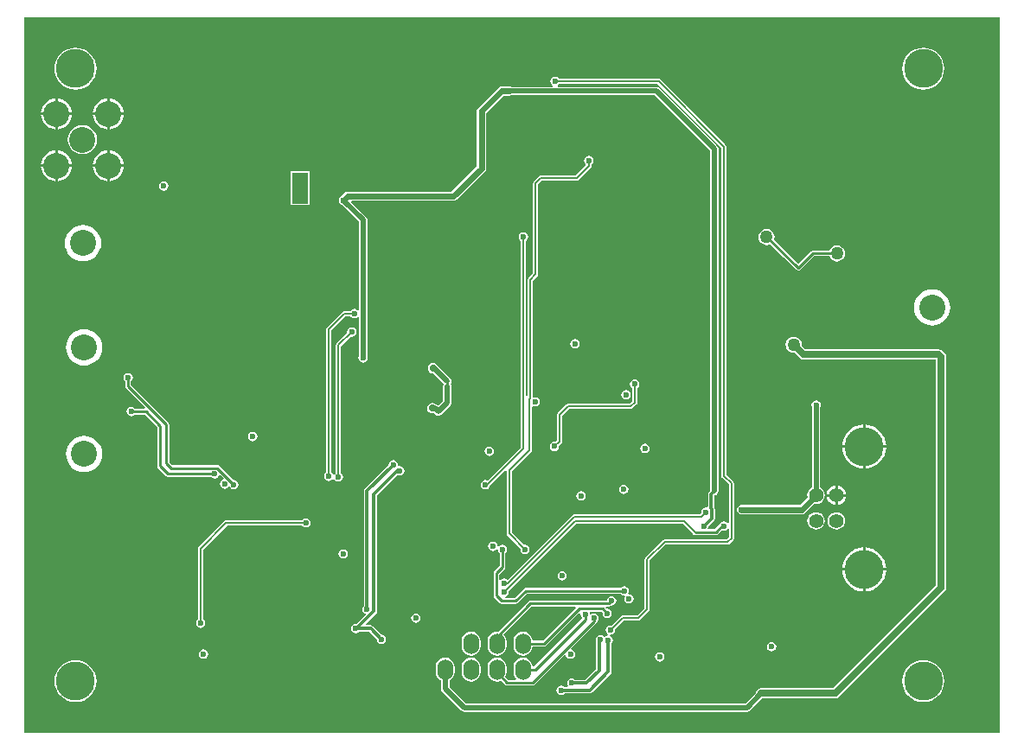
<source format=gbr>
G04 Layer_Physical_Order=4*
G04 Layer_Color=16711680*
%FSLAX45Y45*%
%MOMM*%
%TF.FileFunction,Copper,L4,Bot,Signal*%
%TF.Part,Single*%
G01*
G75*
%TA.AperFunction,Conductor*%
%ADD11C,0.70000*%
%ADD58C,0.22000*%
%ADD59C,0.50000*%
%ADD60C,0.20000*%
%ADD61C,0.25000*%
%ADD63C,0.30000*%
%ADD65C,0.60000*%
%ADD66C,0.32000*%
%TA.AperFunction,ComponentPad*%
%ADD80C,1.39700*%
%ADD81C,3.81000*%
%ADD82C,3.80000*%
%ADD83R,1.52400X2.03200*%
%ADD84O,1.52400X2.03200*%
%ADD85R,1.52400X3.04800*%
%ADD86O,1.52400X3.04800*%
%ADD87C,2.54000*%
%TA.AperFunction,ViaPad*%
%ADD88C,0.66000*%
%ADD89C,0.70000*%
%ADD90C,0.60000*%
%ADD91C,1.27000*%
G36*
X9550002Y-9999D02*
X1D01*
Y7000001D01*
X9550002D01*
Y-9999D01*
D02*
G37*
%LPC*%
G36*
X5448602Y2360085D02*
X5431044Y2356592D01*
X5416159Y2346646D01*
X5406213Y2331761D01*
X5402721Y2314203D01*
X5406213Y2296645D01*
X5416159Y2281760D01*
X5431044Y2271814D01*
X5448602Y2268322D01*
X5466160Y2271814D01*
X5481045Y2281760D01*
X5490991Y2296645D01*
X5494484Y2314203D01*
X5490991Y2331761D01*
X5481045Y2346646D01*
X5466160Y2356592D01*
X5448602Y2360085D01*
D02*
G37*
G36*
X7750001Y3250884D02*
X7732442Y3247391D01*
X7717557Y3237445D01*
X7707611Y3222560D01*
X7704119Y3205002D01*
X7707611Y3187444D01*
X7709217Y3185041D01*
Y2394947D01*
X7707209Y2394116D01*
X7689485Y2380515D01*
X7675884Y2362791D01*
X7667334Y2342150D01*
X7664418Y2319999D01*
X7666826Y2301711D01*
X7590998Y2225883D01*
X7019987D01*
X7002429Y2222390D01*
X6987544Y2212444D01*
X6977598Y2197559D01*
X6974105Y2180001D01*
X6974106Y2179999D01*
X6974105Y2179996D01*
X6977598Y2162438D01*
X6987544Y2147553D01*
X7002429Y2137607D01*
X7019987Y2134114D01*
X7020014Y2134120D01*
X7610002D01*
X7627561Y2137612D01*
X7642445Y2147558D01*
X7731712Y2236825D01*
X7750001Y2234417D01*
X7772151Y2237333D01*
X7792792Y2245883D01*
X7810516Y2259484D01*
X7824117Y2277208D01*
X7832667Y2297849D01*
X7835583Y2319999D01*
X7832667Y2342150D01*
X7824117Y2362791D01*
X7810516Y2380515D01*
X7792792Y2394116D01*
X7790784Y2394947D01*
Y3185041D01*
X7792390Y3187444D01*
X7795882Y3205002D01*
X7792390Y3222560D01*
X7782444Y3237445D01*
X7767559Y3247391D01*
X7750001Y3250884D01*
D02*
G37*
G36*
X7937298Y2414399D02*
X7925135Y2412798D01*
X7901964Y2403200D01*
X7882067Y2387932D01*
X7866799Y2368035D01*
X7857202Y2344865D01*
X7855600Y2332701D01*
X7937298D01*
Y2414399D01*
D02*
G37*
G36*
X5868602Y2422279D02*
X5851044Y2418787D01*
X5836159Y2408841D01*
X5826213Y2393956D01*
X5822721Y2376398D01*
X5826213Y2358840D01*
X5836159Y2343955D01*
X5851044Y2334009D01*
X5868602Y2330516D01*
X5886160Y2334009D01*
X5901045Y2343955D01*
X5910991Y2358840D01*
X5914484Y2376398D01*
X5910991Y2393956D01*
X5901045Y2408841D01*
X5886160Y2418787D01*
X5868602Y2422279D01*
D02*
G37*
G36*
X2755001Y2095883D02*
X2737443Y2092390D01*
X2722558Y2082444D01*
X2717912Y2075491D01*
X1975001D01*
X1965247Y2073551D01*
X1956977Y2068025D01*
X1706978Y1818025D01*
X1701452Y1809756D01*
X1699512Y1800001D01*
Y1102091D01*
X1692558Y1097445D01*
X1682612Y1082559D01*
X1679120Y1065001D01*
X1682612Y1047443D01*
X1692558Y1032558D01*
X1707443Y1022612D01*
X1725001Y1019120D01*
X1742559Y1022612D01*
X1757445Y1032558D01*
X1767390Y1047443D01*
X1770883Y1065001D01*
X1767390Y1082559D01*
X1757445Y1097445D01*
X1750491Y1102091D01*
Y1789443D01*
X1985559Y2024512D01*
X2717912D01*
X2722558Y2017558D01*
X2737443Y2007612D01*
X2755001Y2004120D01*
X2772559Y2007612D01*
X2787445Y2017558D01*
X2797390Y2032443D01*
X2800883Y2050001D01*
X2797390Y2067559D01*
X2787445Y2082444D01*
X2772559Y2092390D01*
X2755001Y2095883D01*
D02*
G37*
G36*
X7950000Y2155582D02*
X7927850Y2152666D01*
X7907209Y2144116D01*
X7889484Y2130516D01*
X7875884Y2112791D01*
X7867334Y2092150D01*
X7864418Y2070000D01*
X7867334Y2047850D01*
X7875884Y2027209D01*
X7889484Y2009484D01*
X7907209Y1995883D01*
X7927850Y1987334D01*
X7950000Y1984418D01*
X7972150Y1987334D01*
X7992791Y1995883D01*
X8010516Y2009484D01*
X8024117Y2027209D01*
X8032666Y2047850D01*
X8035582Y2070000D01*
X8032666Y2092150D01*
X8024117Y2112791D01*
X8010516Y2130516D01*
X7992791Y2144116D01*
X7972150Y2152666D01*
X7950000Y2155582D01*
D02*
G37*
G36*
X7937298Y2307301D02*
X7855600D01*
X7857202Y2295134D01*
X7866799Y2271963D01*
X7882067Y2252066D01*
X7901964Y2236799D01*
X7925135Y2227201D01*
X7937298Y2225600D01*
Y2307301D01*
D02*
G37*
G36*
X8044400D02*
X7962698D01*
Y2225599D01*
X7974865Y2227201D01*
X7998036Y2236799D01*
X8017933Y2252066D01*
X8033201Y2271963D01*
X8042798Y2295134D01*
X8044400Y2307301D01*
D02*
G37*
G36*
X4550001Y2795883D02*
X4532443Y2792390D01*
X4517558Y2782445D01*
X4507612Y2767559D01*
X4504120Y2750001D01*
X4507612Y2732443D01*
X4517558Y2717558D01*
X4532443Y2707612D01*
X4550001Y2704120D01*
X4567559Y2707612D01*
X4582444Y2717558D01*
X4592390Y2732443D01*
X4595883Y2750001D01*
X4592390Y2767559D01*
X4582444Y2782445D01*
X4567559Y2792390D01*
X4550001Y2795883D01*
D02*
G37*
G36*
X8436694Y2784299D02*
X8233702D01*
Y2581308D01*
X8263324Y2584225D01*
X8304021Y2596570D01*
X8341528Y2616618D01*
X8374403Y2643598D01*
X8401383Y2676473D01*
X8421431Y2713980D01*
X8433776Y2754677D01*
X8436694Y2784299D01*
D02*
G37*
G36*
X8208302Y3012695D02*
X8178677Y3009777D01*
X8137979Y2997432D01*
X8100472Y2977384D01*
X8067597Y2950404D01*
X8040617Y2917529D01*
X8020569Y2880022D01*
X8008224Y2839325D01*
X8005306Y2809699D01*
X8208302D01*
Y3012695D01*
D02*
G37*
G36*
X6073602Y2825085D02*
X6056044Y2821592D01*
X6041159Y2811646D01*
X6031213Y2796761D01*
X6027720Y2779203D01*
X6031213Y2761645D01*
X6041159Y2746760D01*
X6056044Y2736814D01*
X6073602Y2733321D01*
X6091160Y2736814D01*
X6106045Y2746760D01*
X6115991Y2761645D01*
X6119484Y2779203D01*
X6115991Y2796761D01*
X6106045Y2811646D01*
X6091160Y2821592D01*
X6073602Y2825085D01*
D02*
G37*
G36*
X3610001Y2665883D02*
X3592443Y2662390D01*
X3577558Y2652445D01*
X3567612Y2637559D01*
X3564120Y2620001D01*
X3564316Y2619015D01*
X3332652Y2387351D01*
X3325800Y2377097D01*
X3323394Y2365001D01*
Y1238003D01*
X3322558Y1237445D01*
X3312612Y1222559D01*
X3309120Y1205001D01*
X3312612Y1187443D01*
X3322558Y1172558D01*
X3336709Y1163103D01*
X3338623Y1161041D01*
X3341878Y1150310D01*
X3251214Y1059647D01*
X3245001Y1060883D01*
X3227443Y1057390D01*
X3212558Y1047444D01*
X3202612Y1032559D01*
X3199120Y1015001D01*
X3202612Y997443D01*
X3212558Y982558D01*
X3227443Y972612D01*
X3245001Y969120D01*
X3262559Y972612D01*
X3277445Y982558D01*
X3278003Y983394D01*
X3376909D01*
X3449316Y910987D01*
X3449120Y910001D01*
X3452612Y892443D01*
X3462558Y877558D01*
X3477443Y867612D01*
X3495001Y864120D01*
X3512559Y867612D01*
X3527445Y877558D01*
X3537390Y892443D01*
X3540883Y910001D01*
X3537390Y927559D01*
X3527445Y942444D01*
X3512559Y952390D01*
X3495001Y955883D01*
X3494015Y955687D01*
X3412351Y1037351D01*
X3402097Y1044203D01*
X3390001Y1046609D01*
X3344168D01*
X3339308Y1058342D01*
X3442351Y1161385D01*
X3449203Y1171639D01*
X3451609Y1183734D01*
Y2316909D01*
X3654367Y2519668D01*
X3657443Y2517612D01*
X3675001Y2514120D01*
X3692559Y2517612D01*
X3707444Y2527558D01*
X3717390Y2542443D01*
X3720883Y2560001D01*
X3717390Y2577559D01*
X3707444Y2592444D01*
X3692559Y2602390D01*
X3675001Y2605883D01*
X3665654Y2604023D01*
X3654841Y2614763D01*
X3655883Y2620001D01*
X3652390Y2637559D01*
X3642445Y2652445D01*
X3627559Y2662390D01*
X3610001Y2665883D01*
D02*
G37*
G36*
X7962698Y2414400D02*
Y2332701D01*
X8044400D01*
X8042798Y2344865D01*
X8033201Y2368035D01*
X8017933Y2387932D01*
X7998036Y2403200D01*
X7974865Y2412798D01*
X7962698Y2414400D01*
D02*
G37*
G36*
X8208302Y2784299D02*
X8005307D01*
X8008224Y2754677D01*
X8020569Y2713980D01*
X8040617Y2676473D01*
X8067597Y2643598D01*
X8100472Y2616618D01*
X8137979Y2596570D01*
X8178677Y2584225D01*
X8208302Y2581307D01*
Y2784299D01*
D02*
G37*
G36*
X583600Y2902057D02*
X548901Y2898639D01*
X515537Y2888518D01*
X484788Y2872083D01*
X457836Y2849964D01*
X435717Y2823012D01*
X419282Y2792263D01*
X409161Y2758899D01*
X405743Y2724201D01*
X409161Y2689502D01*
X419282Y2656138D01*
X435717Y2625389D01*
X457836Y2598437D01*
X484788Y2576318D01*
X515537Y2559883D01*
X548901Y2549762D01*
X583600Y2546344D01*
X618298Y2549762D01*
X651662Y2559883D01*
X682411Y2576318D01*
X709363Y2598437D01*
X731482Y2625389D01*
X747917Y2656138D01*
X758038Y2689502D01*
X761456Y2724201D01*
X758038Y2758899D01*
X747917Y2792263D01*
X731482Y2823012D01*
X709363Y2849964D01*
X682411Y2872083D01*
X651662Y2888518D01*
X618298Y2898639D01*
X583600Y2902057D01*
D02*
G37*
G36*
X7749998Y2155582D02*
X7727848Y2152666D01*
X7707207Y2144116D01*
X7689482Y2130516D01*
X7675882Y2112791D01*
X7667332Y2092150D01*
X7664416Y2070000D01*
X7667332Y2047850D01*
X7675882Y2027209D01*
X7689482Y2009484D01*
X7707207Y1995883D01*
X7727848Y1987334D01*
X7749998Y1984418D01*
X7772148Y1987334D01*
X7792789Y1995883D01*
X7810514Y2009484D01*
X7824114Y2027209D01*
X7832664Y2047850D01*
X7835580Y2070000D01*
X7832664Y2092150D01*
X7824114Y2112791D01*
X7810514Y2130516D01*
X7792789Y2144116D01*
X7772148Y2152666D01*
X7749998Y2155582D01*
D02*
G37*
G36*
X1755001Y810883D02*
X1737443Y807390D01*
X1722558Y797444D01*
X1712612Y782559D01*
X1709120Y765001D01*
X1712612Y747443D01*
X1722558Y732558D01*
X1737443Y722612D01*
X1755001Y719120D01*
X1772559Y722612D01*
X1787444Y732558D01*
X1797390Y747443D01*
X1800883Y765001D01*
X1797390Y782559D01*
X1787444Y797444D01*
X1772559Y807390D01*
X1755001Y810883D01*
D02*
G37*
G36*
X6220001Y780883D02*
X6202443Y777390D01*
X6187558Y767444D01*
X6177612Y752559D01*
X6174120Y735001D01*
X6177612Y717443D01*
X6187558Y702558D01*
X6202443Y692612D01*
X6220001Y689120D01*
X6237559Y692612D01*
X6252444Y702558D01*
X6262390Y717443D01*
X6265883Y735001D01*
X6262390Y752559D01*
X6252444Y767444D01*
X6237559Y777390D01*
X6220001Y780883D01*
D02*
G37*
G36*
X7315001Y880883D02*
X7297443Y877390D01*
X7282558Y867445D01*
X7272612Y852559D01*
X7269120Y835001D01*
X7272612Y817443D01*
X7282558Y802558D01*
X7297443Y792612D01*
X7315001Y789120D01*
X7332559Y792612D01*
X7347445Y802558D01*
X7357390Y817443D01*
X7360883Y835001D01*
X7357390Y852559D01*
X7347445Y867445D01*
X7332559Y877390D01*
X7315001Y880883D01*
D02*
G37*
G36*
X4373000Y984387D02*
X4349192Y981253D01*
X4327007Y972063D01*
X4307955Y957445D01*
X4293337Y938394D01*
X4284147Y916208D01*
X4281013Y892400D01*
Y841600D01*
X4284147Y817792D01*
X4293337Y795606D01*
X4307955Y776555D01*
X4327007Y761937D01*
X4349192Y752748D01*
X4373000Y749613D01*
X4396808Y752748D01*
X4418993Y761937D01*
X4438044Y776555D01*
X4452663Y795606D01*
X4461852Y817792D01*
X4464987Y841600D01*
Y892400D01*
X4461852Y916208D01*
X4452663Y938394D01*
X4438044Y957445D01*
X4418993Y972063D01*
X4396808Y981253D01*
X4373000Y984387D01*
D02*
G37*
G36*
X500000Y705992D02*
X459813Y702034D01*
X421170Y690312D01*
X385557Y671276D01*
X354342Y645658D01*
X328724Y614443D01*
X309688Y578830D01*
X297966Y540187D01*
X294008Y500000D01*
X297966Y459813D01*
X309688Y421170D01*
X328724Y385557D01*
X354342Y354342D01*
X385557Y328724D01*
X421170Y309688D01*
X459813Y297966D01*
X500000Y294008D01*
X540187Y297966D01*
X578830Y309688D01*
X614443Y328724D01*
X645658Y354342D01*
X671276Y385557D01*
X690312Y421170D01*
X702034Y459813D01*
X705992Y500000D01*
X702034Y540187D01*
X690312Y578830D01*
X671276Y614443D01*
X645658Y645658D01*
X614443Y671276D01*
X578830Y690312D01*
X540187Y702034D01*
X500000Y705992D01*
D02*
G37*
G36*
X7530001Y3874179D02*
X7509509Y3871481D01*
X7490413Y3863571D01*
X7474015Y3850988D01*
X7461432Y3834590D01*
X7453522Y3815494D01*
X7450824Y3795001D01*
X7453522Y3774509D01*
X7461432Y3755413D01*
X7474015Y3739014D01*
X7490413Y3726432D01*
X7509509Y3718522D01*
X7530001Y3715824D01*
X7536259Y3716648D01*
X7588953Y3663953D01*
X7605492Y3652902D01*
X7625002Y3649022D01*
X8924022D01*
Y1436118D01*
X7918885Y430981D01*
X7210001D01*
X7190492Y427100D01*
X7173953Y416049D01*
X7162902Y399510D01*
X7159443Y382120D01*
X7058108Y280785D01*
X4321895D01*
X4159783Y442896D01*
Y505779D01*
X4164993Y507937D01*
X4184044Y522555D01*
X4198663Y541606D01*
X4207852Y563792D01*
X4210987Y587600D01*
Y638400D01*
X4207852Y662208D01*
X4198663Y684394D01*
X4184044Y703445D01*
X4164993Y718063D01*
X4142808Y727253D01*
X4119000Y730387D01*
X4095192Y727253D01*
X4073007Y718063D01*
X4053955Y703445D01*
X4039337Y684394D01*
X4030147Y662208D01*
X4027013Y638400D01*
Y587600D01*
X4030147Y563792D01*
X4039337Y541606D01*
X4053955Y522555D01*
X4073007Y507937D01*
X4078216Y505779D01*
Y426004D01*
X4078216Y426003D01*
X4081321Y410395D01*
X4090161Y397164D01*
X4276163Y211163D01*
X4289394Y202322D01*
X4305001Y199218D01*
X4305003Y199218D01*
X7075000D01*
X7075001Y199218D01*
X7090609Y202322D01*
X7103840Y211163D01*
X7221698Y329022D01*
X7940001D01*
X7959510Y332902D01*
X7976049Y343953D01*
X9011050Y1378953D01*
X9022100Y1395492D01*
X9025981Y1415001D01*
Y3675001D01*
X9022100Y3694510D01*
X9011049Y3711049D01*
X8996063Y3721063D01*
X8986049Y3736049D01*
X8969510Y3747100D01*
X8950001Y3750981D01*
X7646118D01*
X7608355Y3788744D01*
X7609179Y3795001D01*
X7606481Y3815494D01*
X7598571Y3834590D01*
X7585988Y3850988D01*
X7569590Y3863571D01*
X7550494Y3871481D01*
X7530001Y3874179D01*
D02*
G37*
G36*
X4373000Y730387D02*
X4349192Y727253D01*
X4327007Y718063D01*
X4307955Y703445D01*
X4293337Y684394D01*
X4284147Y662208D01*
X4281013Y638400D01*
Y587600D01*
X4284147Y563792D01*
X4293337Y541606D01*
X4307955Y522555D01*
X4327007Y507937D01*
X4349192Y498748D01*
X4373000Y495613D01*
X4396808Y498748D01*
X4418993Y507937D01*
X4438044Y522555D01*
X4452663Y541606D01*
X4461852Y563792D01*
X4464987Y587600D01*
Y638400D01*
X4461852Y662208D01*
X4452663Y684394D01*
X4438044Y703445D01*
X4418993Y718063D01*
X4396808Y727253D01*
X4373000Y730387D01*
D02*
G37*
G36*
X8800001Y705993D02*
X8759815Y702035D01*
X8721172Y690313D01*
X8685559Y671277D01*
X8654343Y645659D01*
X8628726Y614444D01*
X8609690Y578831D01*
X8597968Y540188D01*
X8594010Y500001D01*
X8597968Y459814D01*
X8609690Y421172D01*
X8628726Y385559D01*
X8654343Y354343D01*
X8685559Y328726D01*
X8721172Y309690D01*
X8759815Y297968D01*
X8800001Y294010D01*
X8840188Y297968D01*
X8878831Y309690D01*
X8914444Y328726D01*
X8945660Y354343D01*
X8971277Y385559D01*
X8990313Y421172D01*
X9002035Y459814D01*
X9005993Y500001D01*
X9002035Y540188D01*
X8990313Y578831D01*
X8971277Y614444D01*
X8945660Y645659D01*
X8914444Y671277D01*
X8878831Y690313D01*
X8840188Y702035D01*
X8800001Y705993D01*
D02*
G37*
G36*
X8208302Y1808695D02*
X8178677Y1805777D01*
X8137979Y1793432D01*
X8100472Y1773384D01*
X8067597Y1746404D01*
X8040617Y1713529D01*
X8020569Y1676022D01*
X8008224Y1635324D01*
X8005306Y1605699D01*
X8208302D01*
Y1808695D01*
D02*
G37*
G36*
X5265001Y1575883D02*
X5247443Y1572390D01*
X5232558Y1562444D01*
X5222612Y1547559D01*
X5219120Y1530001D01*
X5222612Y1512443D01*
X5232558Y1497558D01*
X5247443Y1487612D01*
X5265001Y1484120D01*
X5282559Y1487612D01*
X5297445Y1497558D01*
X5307390Y1512443D01*
X5310883Y1530001D01*
X5307390Y1547559D01*
X5297445Y1562444D01*
X5282559Y1572390D01*
X5265001Y1575883D01*
D02*
G37*
G36*
X3120001Y1790883D02*
X3102443Y1787390D01*
X3087558Y1777445D01*
X3077612Y1762559D01*
X3074120Y1745001D01*
X3077612Y1727443D01*
X3087558Y1712558D01*
X3102443Y1702612D01*
X3120001Y1699120D01*
X3137559Y1702612D01*
X3152445Y1712558D01*
X3162390Y1727443D01*
X3165883Y1745001D01*
X3162390Y1762559D01*
X3152445Y1777445D01*
X3137559Y1787390D01*
X3120001Y1790883D01*
D02*
G37*
G36*
X8233702Y1808694D02*
Y1605699D01*
X8436694D01*
X8433776Y1635324D01*
X8421431Y1676022D01*
X8401383Y1713529D01*
X8374403Y1746404D01*
X8341528Y1773384D01*
X8304021Y1793432D01*
X8263324Y1805777D01*
X8233702Y1808694D01*
D02*
G37*
G36*
X5750001Y1330883D02*
X5732443Y1327390D01*
X5717558Y1317444D01*
X5707612Y1302559D01*
X5704724Y1288040D01*
X4955001D01*
X4944271Y1285905D01*
X4935175Y1279828D01*
X4638253Y982905D01*
X4627000Y984387D01*
X4603192Y981253D01*
X4581007Y972063D01*
X4561955Y957445D01*
X4547337Y938394D01*
X4538147Y916208D01*
X4535013Y892400D01*
Y841600D01*
X4538147Y817792D01*
X4547337Y795606D01*
X4561955Y776555D01*
X4581007Y761937D01*
X4603192Y752748D01*
X4627000Y749613D01*
X4650808Y752748D01*
X4672993Y761937D01*
X4692044Y776555D01*
X4706663Y795606D01*
X4715852Y817792D01*
X4718987Y841600D01*
Y892400D01*
X4715852Y916208D01*
X4706663Y938394D01*
X4692067Y957415D01*
X4966615Y1231963D01*
X5394350D01*
X5399610Y1219263D01*
X5075386Y895039D01*
X4972639D01*
X4969852Y916208D01*
X4960663Y938394D01*
X4946044Y957445D01*
X4926993Y972063D01*
X4904808Y981253D01*
X4881000Y984387D01*
X4857192Y981253D01*
X4835007Y972063D01*
X4815955Y957445D01*
X4801337Y938394D01*
X4792147Y916208D01*
X4789013Y892400D01*
Y841600D01*
X4792147Y817792D01*
X4801337Y795606D01*
X4815955Y776555D01*
X4835007Y761937D01*
X4857192Y752748D01*
X4881000Y749613D01*
X4904808Y752748D01*
X4926993Y761937D01*
X4946044Y776555D01*
X4960663Y795606D01*
X4969852Y817792D01*
X4972639Y838961D01*
X5087000D01*
X5097730Y841096D01*
X5106826Y847174D01*
X5433632Y1173980D01*
X5436832Y1173505D01*
X5437630Y1173065D01*
X5445971Y1159310D01*
X5444120Y1150001D01*
X5447612Y1132443D01*
X5457558Y1117558D01*
X5458037Y1112690D01*
X4986386Y641039D01*
X4972639D01*
X4969852Y662208D01*
X4960663Y684394D01*
X4946044Y703445D01*
X4926993Y718063D01*
X4904808Y727253D01*
X4881000Y730387D01*
X4857192Y727253D01*
X4835007Y718063D01*
X4815955Y703445D01*
X4801337Y684394D01*
X4792147Y662208D01*
X4789013Y638400D01*
Y587600D01*
X4792147Y563792D01*
X4801337Y541606D01*
X4814357Y524639D01*
X4810878Y511939D01*
X4737716D01*
X4707069Y542586D01*
X4715852Y563792D01*
X4718987Y587600D01*
Y638400D01*
X4715852Y662208D01*
X4706663Y684394D01*
X4692044Y703445D01*
X4672993Y718063D01*
X4650808Y727253D01*
X4627000Y730387D01*
X4603192Y727253D01*
X4581007Y718063D01*
X4561955Y703445D01*
X4547337Y684394D01*
X4538147Y662208D01*
X4535013Y638400D01*
Y587600D01*
X4538147Y563792D01*
X4547337Y541606D01*
X4561955Y522555D01*
X4581007Y507937D01*
X4603192Y498748D01*
X4627000Y495613D01*
X4650808Y498748D01*
X4665512Y504838D01*
X4706276Y464074D01*
X4715373Y457996D01*
X4726103Y455861D01*
X4975008D01*
X4985738Y457996D01*
X4994835Y464074D01*
X5287762Y757001D01*
X5301543Y752821D01*
X5302612Y747443D01*
X5312558Y732558D01*
X5327443Y722612D01*
X5345001Y719120D01*
X5362559Y722612D01*
X5377444Y732558D01*
X5387390Y747443D01*
X5390883Y765001D01*
X5387390Y782559D01*
X5377444Y797444D01*
X5362559Y807390D01*
X5357182Y808460D01*
X5353001Y822240D01*
X5594828Y1064067D01*
X5600905Y1073163D01*
X5602058Y1078959D01*
X5607444Y1082558D01*
X5617390Y1097443D01*
X5620883Y1115001D01*
X5617390Y1132559D01*
X5607444Y1147444D01*
X5592559Y1157390D01*
X5575001Y1160883D01*
X5557443Y1157390D01*
X5548070Y1151127D01*
X5534569Y1156607D01*
X5532390Y1167559D01*
X5530250Y1170762D01*
X5536237Y1181963D01*
X5648387D01*
X5660153Y1170197D01*
X5659120Y1165001D01*
X5662612Y1147443D01*
X5672558Y1132558D01*
X5687443Y1122612D01*
X5705001Y1119120D01*
X5722559Y1122612D01*
X5737444Y1132558D01*
X5747390Y1147443D01*
X5750883Y1165001D01*
X5747390Y1182559D01*
X5737444Y1197444D01*
X5722559Y1207390D01*
X5705001Y1210883D01*
X5699806Y1209849D01*
X5690392Y1219263D01*
X5695653Y1231963D01*
X5725002D01*
X5735731Y1234097D01*
X5744798Y1240155D01*
X5750001Y1239120D01*
X5767559Y1242612D01*
X5782445Y1252558D01*
X5792390Y1267443D01*
X5795883Y1285001D01*
X5792390Y1302559D01*
X5782445Y1317444D01*
X5767559Y1327390D01*
X5750001Y1330883D01*
D02*
G37*
G36*
X3832008Y1161257D02*
X3814450Y1157765D01*
X3799565Y1147819D01*
X3789619Y1132933D01*
X3786126Y1115375D01*
X3789619Y1097817D01*
X3799565Y1082932D01*
X3814450Y1072986D01*
X3832008Y1069494D01*
X3849566Y1072986D01*
X3864451Y1082932D01*
X3874397Y1097817D01*
X3877889Y1115375D01*
X3874397Y1132933D01*
X3864451Y1147819D01*
X3849566Y1157765D01*
X3832008Y1161257D01*
D02*
G37*
G36*
X8436694Y1580299D02*
X8233702D01*
Y1377307D01*
X8263324Y1380225D01*
X8304021Y1392570D01*
X8341528Y1412618D01*
X8374403Y1439598D01*
X8401383Y1472473D01*
X8421431Y1509979D01*
X8433776Y1550677D01*
X8436694Y1580299D01*
D02*
G37*
G36*
X8208302D02*
X8005307D01*
X8008224Y1550677D01*
X8020569Y1509979D01*
X8040617Y1472473D01*
X8067597Y1439598D01*
X8100472Y1412618D01*
X8137979Y1392570D01*
X8178677Y1380225D01*
X8208302Y1377307D01*
Y1580299D01*
D02*
G37*
G36*
X568602Y5947428D02*
X531533Y5942548D01*
X496990Y5928240D01*
X467326Y5905478D01*
X444565Y5875816D01*
X430257Y5841272D01*
X425377Y5804203D01*
X430257Y5767133D01*
X444565Y5732590D01*
X467326Y5702927D01*
X496990Y5680166D01*
X531533Y5665858D01*
X568602Y5660978D01*
X605672Y5665858D01*
X640215Y5680166D01*
X669878Y5702927D01*
X692639Y5732590D01*
X706947Y5767133D01*
X711827Y5804203D01*
X706947Y5841272D01*
X692639Y5875816D01*
X669878Y5905478D01*
X640215Y5928240D01*
X605672Y5942548D01*
X568602Y5947428D01*
D02*
G37*
G36*
X835302Y5702089D02*
Y5562903D01*
X974489D01*
X972797Y5580079D01*
X964083Y5608806D01*
X949931Y5635281D01*
X930887Y5658487D01*
X907681Y5677532D01*
X881205Y5691683D01*
X852478Y5700398D01*
X835302Y5702089D01*
D02*
G37*
G36*
X466489Y6045503D02*
X327302D01*
Y5906316D01*
X344478Y5908008D01*
X373205Y5916722D01*
X399681Y5930874D01*
X422887Y5949918D01*
X441931Y5973124D01*
X456083Y5999600D01*
X464797Y6028327D01*
X466489Y6045503D01*
D02*
G37*
G36*
X301902D02*
X162716D01*
X164407Y6028327D01*
X173122Y5999600D01*
X187273Y5973124D01*
X206318Y5949918D01*
X229524Y5930874D01*
X255999Y5916722D01*
X284726Y5908008D01*
X301902Y5906316D01*
Y6045503D01*
D02*
G37*
G36*
Y5702089D02*
X284726Y5700398D01*
X255999Y5691683D01*
X229524Y5677532D01*
X206318Y5658487D01*
X187273Y5635281D01*
X173122Y5608806D01*
X164407Y5580079D01*
X162716Y5562903D01*
X301902D01*
Y5702089D01*
D02*
G37*
G36*
X974489Y5537503D02*
X835302D01*
Y5398316D01*
X852478Y5400008D01*
X881205Y5408722D01*
X907681Y5422874D01*
X930887Y5441918D01*
X949931Y5465124D01*
X964083Y5491600D01*
X972797Y5520327D01*
X974489Y5537503D01*
D02*
G37*
G36*
X809902Y5702089D02*
X792726Y5700398D01*
X763999Y5691683D01*
X737524Y5677532D01*
X714318Y5658487D01*
X695273Y5635281D01*
X681122Y5608806D01*
X672407Y5580079D01*
X670716Y5562903D01*
X809902D01*
Y5702089D01*
D02*
G37*
G36*
X327302D02*
Y5562903D01*
X466489D01*
X464797Y5580079D01*
X456083Y5608806D01*
X441931Y5635281D01*
X422887Y5658487D01*
X399681Y5677532D01*
X373205Y5691683D01*
X344478Y5700398D01*
X327302Y5702089D01*
D02*
G37*
G36*
X809902Y6045503D02*
X670716D01*
X672407Y6028327D01*
X681122Y5999600D01*
X695273Y5973124D01*
X714318Y5949918D01*
X737524Y5930874D01*
X763999Y5916722D01*
X792726Y5908008D01*
X809902Y5906316D01*
Y6045503D01*
D02*
G37*
G36*
X500000Y6705992D02*
X459813Y6702034D01*
X421170Y6690311D01*
X385557Y6671276D01*
X354342Y6645658D01*
X328724Y6614443D01*
X309688Y6578830D01*
X297966Y6540187D01*
X294008Y6500000D01*
X297966Y6459813D01*
X309688Y6421170D01*
X328724Y6385557D01*
X354342Y6354342D01*
X385557Y6328724D01*
X421170Y6309688D01*
X459813Y6297966D01*
X500000Y6294008D01*
X540187Y6297966D01*
X578830Y6309688D01*
X614443Y6328724D01*
X645658Y6354342D01*
X671276Y6385557D01*
X690312Y6421170D01*
X702034Y6459813D01*
X705992Y6500000D01*
X702034Y6540187D01*
X690312Y6578830D01*
X671276Y6614443D01*
X645658Y6645658D01*
X614443Y6671276D01*
X578830Y6690311D01*
X540187Y6702034D01*
X500000Y6705992D01*
D02*
G37*
G36*
X835302Y6210089D02*
Y6070903D01*
X974489D01*
X972797Y6088079D01*
X964083Y6116806D01*
X949931Y6143281D01*
X930887Y6166487D01*
X907681Y6185532D01*
X881205Y6199683D01*
X852478Y6208398D01*
X835302Y6210089D01*
D02*
G37*
G36*
X5195001Y6420883D02*
X5177443Y6417390D01*
X5162558Y6407444D01*
X5152612Y6392559D01*
X5149120Y6375001D01*
X5152612Y6357443D01*
X5162558Y6342558D01*
X5166037Y6340234D01*
X5168919Y6323034D01*
X5167210Y6320785D01*
X4764962D01*
X4762559Y6322390D01*
X4745001Y6325883D01*
X4670001D01*
X4652443Y6322390D01*
X4637558Y6312445D01*
X4442558Y6117444D01*
X4432612Y6102560D01*
X4429120Y6085001D01*
Y5544006D01*
X4180996Y5295883D01*
X3165001D01*
X3147443Y5292390D01*
X3132558Y5282444D01*
X3092558Y5242444D01*
X3082612Y5227560D01*
X3079120Y5210001D01*
X3082612Y5192443D01*
X3092558Y5177558D01*
X3107443Y5167612D01*
X3110277Y5167048D01*
X3274218Y5003108D01*
Y4137684D01*
X3266245Y4134136D01*
X3261518Y4133064D01*
X3247559Y4142390D01*
X3230001Y4145883D01*
X3212443Y4142390D01*
X3197558Y4132444D01*
X3192912Y4125491D01*
X3135001D01*
X3125247Y4123551D01*
X3116978Y4118025D01*
X2961978Y3963025D01*
X2956452Y3954756D01*
X2954512Y3945001D01*
Y2542091D01*
X2947558Y2537445D01*
X2937612Y2522559D01*
X2934120Y2505001D01*
X2937612Y2487443D01*
X2947558Y2472558D01*
X2962443Y2462612D01*
X2980001Y2459120D01*
X2997559Y2462612D01*
X3012445Y2472558D01*
X3019523Y2483151D01*
X3027852Y2482701D01*
X3033188Y2481582D01*
X3042558Y2467558D01*
X3057443Y2457612D01*
X3075001Y2454120D01*
X3092559Y2457612D01*
X3107444Y2467558D01*
X3117390Y2482443D01*
X3120883Y2500001D01*
X3117390Y2517559D01*
X3107444Y2532445D01*
X3100491Y2537091D01*
Y3779443D01*
X3196799Y3875751D01*
X3205001Y3874120D01*
X3222559Y3877612D01*
X3237445Y3887558D01*
X3247391Y3902443D01*
X3250883Y3920001D01*
X3247391Y3937559D01*
X3237445Y3952444D01*
X3222559Y3962390D01*
X3205001Y3965883D01*
X3187443Y3962390D01*
X3172558Y3952444D01*
X3162612Y3937559D01*
X3159120Y3920001D01*
X3160751Y3911799D01*
X3056977Y3808025D01*
X3051452Y3799756D01*
X3049512Y3790001D01*
Y2537091D01*
X3042558Y2532445D01*
X3035480Y2521852D01*
X3027150Y2522302D01*
X3021815Y2523421D01*
X3012445Y2537445D01*
X3005491Y2542091D01*
Y3934443D01*
X3145559Y4074512D01*
X3192912D01*
X3197558Y4067558D01*
X3212443Y4057612D01*
X3230001Y4054120D01*
X3247559Y4057612D01*
X3261518Y4066939D01*
X3266245Y4065866D01*
X3274218Y4062318D01*
Y3684962D01*
X3272612Y3682559D01*
X3269120Y3665001D01*
X3272612Y3647443D01*
X3282558Y3632558D01*
X3297443Y3622612D01*
X3315001Y3619120D01*
X3332559Y3622612D01*
X3347444Y3632558D01*
X3357390Y3647443D01*
X3360883Y3665001D01*
X3357390Y3682559D01*
X3355785Y3684962D01*
Y5020000D01*
X3355785Y5020001D01*
X3352681Y5035608D01*
X3343840Y5048840D01*
X3343839Y5048840D01*
X3200293Y5192386D01*
X3205153Y5204120D01*
X4200001D01*
X4217559Y5207612D01*
X4232444Y5217558D01*
X4507444Y5492558D01*
X4517390Y5507443D01*
X4520883Y5525001D01*
Y6065997D01*
X4689006Y6234120D01*
X4745001D01*
X4762559Y6237612D01*
X4764962Y6239218D01*
X6173108D01*
X6714218Y5698108D01*
Y2362476D01*
X6703371Y2351629D01*
X6696741Y2341706D01*
X6694412Y2330000D01*
X6694413Y2329999D01*
Y2206923D01*
X6681712Y2198553D01*
X6670001Y2200883D01*
X6652443Y2197390D01*
X6637558Y2187444D01*
X6627612Y2172559D01*
X6624120Y2155001D01*
X6625751Y2146799D01*
X6614443Y2135491D01*
X5381969D01*
X5372214Y2133551D01*
X5363945Y2128025D01*
X4728282Y1492362D01*
X4727444Y1492445D01*
X4712559Y1502390D01*
X4695001Y1505883D01*
X4677443Y1502390D01*
X4662558Y1492445D01*
X4660366Y1489164D01*
X4647666Y1493016D01*
Y1543013D01*
X4699828Y1595175D01*
X4705906Y1604272D01*
X4708040Y1615001D01*
Y1754615D01*
X4712444Y1757558D01*
X4722390Y1772443D01*
X4725883Y1790001D01*
X4722390Y1807559D01*
X4712444Y1822444D01*
X4697559Y1832390D01*
X4680001Y1835883D01*
X4662443Y1832390D01*
X4647558Y1822444D01*
X4642944Y1815539D01*
X4631753Y1819680D01*
X4630830Y1820268D01*
X4627390Y1837559D01*
X4617444Y1852444D01*
X4602559Y1862390D01*
X4585001Y1865883D01*
X4567443Y1862390D01*
X4552558Y1852444D01*
X4542612Y1837559D01*
X4539120Y1820001D01*
X4542612Y1802443D01*
X4552558Y1787558D01*
X4567443Y1777612D01*
X4585001Y1774120D01*
X4602559Y1777612D01*
X4617444Y1787558D01*
X4622059Y1794464D01*
X4633250Y1790323D01*
X4634173Y1789734D01*
X4637612Y1772443D01*
X4647558Y1757558D01*
X4651963Y1754615D01*
Y1626615D01*
X4599801Y1574454D01*
X4593723Y1565357D01*
X4591589Y1554627D01*
Y1340375D01*
X4593723Y1329645D01*
X4599801Y1320549D01*
X4655175Y1265175D01*
X4664271Y1259097D01*
X4675001Y1256963D01*
X4810001D01*
X4820731Y1259097D01*
X4829828Y1265175D01*
X4921615Y1356963D01*
X5834615D01*
X5837558Y1352558D01*
X5852443Y1342612D01*
X5870001Y1339120D01*
X5873925Y1339900D01*
X5881562Y1328471D01*
X5877612Y1322559D01*
X5874120Y1305001D01*
X5877612Y1287443D01*
X5887558Y1272558D01*
X5902443Y1262612D01*
X5920001Y1259120D01*
X5937559Y1262612D01*
X5952445Y1272558D01*
X5962390Y1287443D01*
X5965883Y1305001D01*
X5962390Y1322559D01*
X5952445Y1337444D01*
X5937559Y1347390D01*
X5920001Y1350883D01*
X5916078Y1350102D01*
X5908441Y1361532D01*
X5912390Y1367443D01*
X5915883Y1385001D01*
X5912390Y1402559D01*
X5902444Y1417444D01*
X5887559Y1427390D01*
X5870001Y1430883D01*
X5852443Y1427390D01*
X5837558Y1417444D01*
X5834615Y1413040D01*
X4910001D01*
X4899271Y1410905D01*
X4890175Y1404828D01*
X4798387Y1313040D01*
X4704397D01*
X4703146Y1325740D01*
X4712559Y1327612D01*
X4727444Y1337558D01*
X4737390Y1352443D01*
X4740883Y1370001D01*
X4739251Y1378204D01*
X5405559Y2044512D01*
X6444443D01*
X6538951Y1950003D01*
X6539097Y1949271D01*
X6545175Y1940175D01*
X6554271Y1934097D01*
X6565001Y1931963D01*
X6769992D01*
X6780722Y1934097D01*
X6789818Y1940175D01*
X6827331Y1977688D01*
X6827443Y1977612D01*
X6845001Y1974120D01*
X6862559Y1977612D01*
X6877444Y1987558D01*
X6881812Y1994094D01*
X6894512Y1990242D01*
Y1910560D01*
X6874443Y1890491D01*
X6270001D01*
X6260247Y1888551D01*
X6251978Y1883025D01*
X6079476Y1710524D01*
X6073951Y1702255D01*
X6072010Y1692500D01*
Y1215558D01*
X6001944Y1145491D01*
X5855001D01*
X5845247Y1143551D01*
X5836977Y1138025D01*
X5743203Y1044251D01*
X5735001Y1045883D01*
X5717443Y1042390D01*
X5702558Y1032444D01*
X5692612Y1017559D01*
X5689120Y1000001D01*
X5692612Y982443D01*
X5702558Y967558D01*
X5717443Y957612D01*
X5715001Y945883D01*
X5697443Y942390D01*
X5682558Y932444D01*
X5671117Y938181D01*
X5657560Y947240D01*
X5640002Y950732D01*
X5622444Y947240D01*
X5607559Y937294D01*
X5597613Y922409D01*
X5594120Y904851D01*
X5597613Y887293D01*
X5598394Y886123D01*
Y618094D01*
X5491907Y511606D01*
X5392991D01*
X5392432Y512442D01*
X5377547Y522388D01*
X5359989Y525881D01*
X5342431Y522388D01*
X5327546Y512442D01*
X5317600Y497557D01*
X5314108Y479999D01*
X5317600Y462441D01*
X5323034Y454308D01*
X5316246Y441608D01*
X5288003D01*
X5287445Y442444D01*
X5272559Y452390D01*
X5255001Y455883D01*
X5237443Y452390D01*
X5222558Y442444D01*
X5212612Y427559D01*
X5209120Y410001D01*
X5212612Y392443D01*
X5222558Y377558D01*
X5237443Y367612D01*
X5255001Y364120D01*
X5272559Y367612D01*
X5287445Y377558D01*
X5288003Y378394D01*
X5535001D01*
X5547097Y380800D01*
X5557351Y387651D01*
X5737351Y567652D01*
X5744203Y577906D01*
X5746609Y590001D01*
Y867000D01*
X5747444Y867558D01*
X5757390Y882443D01*
X5760883Y900001D01*
X5757390Y917559D01*
X5747444Y932444D01*
X5732560Y942390D01*
X5735001Y954120D01*
X5752559Y957612D01*
X5767444Y967558D01*
X5777390Y982443D01*
X5780883Y1000001D01*
X5779251Y1008203D01*
X5865560Y1094512D01*
X6012502D01*
X6022256Y1096452D01*
X6030525Y1101977D01*
X6115524Y1186976D01*
X6121049Y1195246D01*
X6122990Y1205000D01*
Y1681942D01*
X6280560Y1839512D01*
X6885001D01*
X6894756Y1841452D01*
X6903025Y1846978D01*
X6938025Y1881977D01*
X6943551Y1890247D01*
X6945491Y1900001D01*
Y2440001D01*
X6943551Y2449756D01*
X6938025Y2458025D01*
X6875491Y2520559D01*
Y5735001D01*
X6873551Y5744756D01*
X6868025Y5753025D01*
X6228025Y6393025D01*
X6219756Y6398551D01*
X6210001Y6400491D01*
X5232091D01*
X5227444Y6407444D01*
X5212559Y6417390D01*
X5195001Y6420883D01*
D02*
G37*
G36*
X8800001Y6705993D02*
X8759815Y6702035D01*
X8721172Y6690313D01*
X8685559Y6671277D01*
X8654343Y6645659D01*
X8628726Y6614444D01*
X8609690Y6578831D01*
X8597968Y6540188D01*
X8594010Y6500001D01*
X8597968Y6459814D01*
X8609690Y6421172D01*
X8628726Y6385558D01*
X8654343Y6354343D01*
X8685559Y6328725D01*
X8721172Y6309690D01*
X8759815Y6297968D01*
X8800001Y6294010D01*
X8840188Y6297968D01*
X8878831Y6309690D01*
X8914444Y6328725D01*
X8945660Y6354343D01*
X8971277Y6385558D01*
X8990313Y6421172D01*
X9002035Y6459814D01*
X9005993Y6500001D01*
X9002035Y6540188D01*
X8990313Y6578831D01*
X8971277Y6614444D01*
X8945660Y6645659D01*
X8914444Y6671277D01*
X8878831Y6690313D01*
X8840188Y6702035D01*
X8800001Y6705993D01*
D02*
G37*
G36*
X301902Y6210089D02*
X284726Y6208398D01*
X255999Y6199683D01*
X229524Y6185532D01*
X206318Y6166487D01*
X187273Y6143281D01*
X173122Y6116806D01*
X164407Y6088079D01*
X162716Y6070903D01*
X301902D01*
Y6210089D01*
D02*
G37*
G36*
X974489Y6045503D02*
X835302D01*
Y5906316D01*
X852478Y5908008D01*
X881205Y5916722D01*
X907681Y5930874D01*
X930887Y5949918D01*
X949931Y5973124D01*
X964083Y5999600D01*
X972797Y6028327D01*
X974489Y6045503D01*
D02*
G37*
G36*
X809902Y6210089D02*
X792726Y6208398D01*
X763999Y6199683D01*
X737524Y6185532D01*
X714318Y6166487D01*
X695273Y6143281D01*
X681122Y6116806D01*
X672407Y6088079D01*
X670716Y6070903D01*
X809902D01*
Y6210089D01*
D02*
G37*
G36*
X327302D02*
Y6070903D01*
X466489D01*
X464797Y6088079D01*
X456083Y6116806D01*
X441931Y6143281D01*
X422887Y6166487D01*
X399681Y6185532D01*
X373205Y6199683D01*
X344478Y6208398D01*
X327302Y6210089D01*
D02*
G37*
G36*
X809902Y5537503D02*
X670716D01*
X672407Y5520327D01*
X681122Y5491600D01*
X695273Y5465124D01*
X714318Y5441918D01*
X737524Y5422874D01*
X763999Y5408722D01*
X792726Y5400008D01*
X809902Y5398316D01*
Y5537503D01*
D02*
G37*
G36*
X5888602Y3351445D02*
X5871044Y3347953D01*
X5856159Y3338007D01*
X5846213Y3323122D01*
X5842721Y3305564D01*
X5846213Y3288006D01*
X5856159Y3273120D01*
X5871044Y3263175D01*
X5888602Y3259682D01*
X5906160Y3263175D01*
X5921045Y3273120D01*
X5930991Y3288006D01*
X5934484Y3305564D01*
X5930991Y3323122D01*
X5921045Y3338007D01*
X5906160Y3347953D01*
X5888602Y3351445D01*
D02*
G37*
G36*
X4000001Y3615981D02*
X3980492Y3612100D01*
X3963953Y3601049D01*
X3952902Y3584510D01*
X3949022Y3565001D01*
X3952902Y3545492D01*
X3963953Y3528953D01*
X3980492Y3517902D01*
X4000001Y3514022D01*
X4002086Y3514436D01*
X4106643Y3409880D01*
X4102322Y3403414D01*
X4099218Y3387807D01*
Y3246894D01*
X4050001Y3197678D01*
X4046341Y3201339D01*
X4033110Y3210179D01*
X4026700Y3211454D01*
X4014510Y3219599D01*
X3995001Y3223480D01*
X3975492Y3219599D01*
X3958953Y3208548D01*
X3947902Y3192009D01*
X3944022Y3172500D01*
X3947902Y3152991D01*
X3958953Y3136452D01*
X3975492Y3125401D01*
X3995001Y3121521D01*
X4008183Y3124143D01*
X4021162Y3111164D01*
X4021163Y3111163D01*
X4034394Y3102322D01*
X4050001Y3099218D01*
X4065609Y3102322D01*
X4078840Y3111163D01*
X4168839Y3201163D01*
X4168840Y3201163D01*
X4177680Y3214394D01*
X4180785Y3230001D01*
X4180785Y3230003D01*
Y3387807D01*
X4177680Y3403414D01*
X4172610Y3411003D01*
X4177680Y3418591D01*
X4180785Y3434198D01*
X4177680Y3449806D01*
X4168840Y3463037D01*
X4046565Y3585312D01*
X4036049Y3601049D01*
X4019510Y3612100D01*
X4000001Y3615981D01*
D02*
G37*
G36*
X583601Y3947058D02*
X548903Y3943640D01*
X515538Y3933519D01*
X484789Y3917084D01*
X457837Y3894965D01*
X435719Y3868013D01*
X419283Y3837264D01*
X409162Y3803900D01*
X405744Y3769202D01*
X409162Y3734503D01*
X419283Y3701139D01*
X435719Y3670390D01*
X457837Y3643438D01*
X484789Y3621319D01*
X515538Y3604884D01*
X548903Y3594763D01*
X583601Y3591345D01*
X618299Y3594763D01*
X651663Y3604884D01*
X682412Y3621319D01*
X709364Y3643438D01*
X731483Y3670390D01*
X747919Y3701139D01*
X758040Y3734503D01*
X761457Y3769202D01*
X758040Y3803900D01*
X747919Y3837264D01*
X731483Y3868013D01*
X709364Y3894965D01*
X682412Y3917084D01*
X651663Y3933519D01*
X618299Y3943640D01*
X583601Y3947058D01*
D02*
G37*
G36*
X5525001Y5645883D02*
X5507443Y5642390D01*
X5492558Y5632444D01*
X5482612Y5617559D01*
X5479120Y5600001D01*
X5482612Y5582443D01*
X5492558Y5567558D01*
X5494571Y5566213D01*
X5495666Y5551714D01*
X5399443Y5455491D01*
X5055001D01*
X5045247Y5453551D01*
X5036977Y5448025D01*
X4986978Y5398025D01*
X4981452Y5389756D01*
X4979512Y5380001D01*
Y4495559D01*
X4931977Y4448025D01*
X4926452Y4439756D01*
X4924512Y4430001D01*
Y3287818D01*
X4923191Y3286727D01*
X4910491Y3292707D01*
Y4510001D01*
X4910491Y4812912D01*
X4917444Y4817558D01*
X4927390Y4832443D01*
X4930883Y4850001D01*
X4927390Y4867559D01*
X4917444Y4882444D01*
X4902559Y4892390D01*
X4885001Y4895883D01*
X4867443Y4892390D01*
X4852558Y4882444D01*
X4842612Y4867559D01*
X4839120Y4850001D01*
X4842612Y4832443D01*
X4852558Y4817558D01*
X4859511Y4812912D01*
X4859512Y4510001D01*
Y2790560D01*
X4534827Y2465875D01*
X4532559Y2467390D01*
X4515001Y2470883D01*
X4497443Y2467390D01*
X4482558Y2457444D01*
X4472612Y2442559D01*
X4469120Y2425001D01*
X4472612Y2407443D01*
X4482558Y2392558D01*
X4497443Y2382612D01*
X4515001Y2379120D01*
X4532559Y2382612D01*
X4547445Y2392558D01*
X4557390Y2407443D01*
X4559600Y2418553D01*
X4707300Y2566252D01*
X4707502Y2566232D01*
X4719512Y2560504D01*
Y1945001D01*
X4721452Y1935247D01*
X4726978Y1926977D01*
X4855751Y1798204D01*
X4854120Y1790001D01*
X4857612Y1772443D01*
X4867558Y1757558D01*
X4882443Y1747612D01*
X4900001Y1744120D01*
X4917559Y1747612D01*
X4932445Y1757558D01*
X4942390Y1772443D01*
X4945883Y1790001D01*
X4942390Y1807559D01*
X4932445Y1822444D01*
X4917559Y1832390D01*
X4900001Y1835883D01*
X4891799Y1834251D01*
X4770491Y1955559D01*
Y2554443D01*
X4963026Y2746978D01*
X4968551Y2755247D01*
X4970491Y2765002D01*
Y3185969D01*
X4980974Y3192480D01*
X4983191Y3192464D01*
X5000001Y3189120D01*
X5017559Y3192612D01*
X5032445Y3202558D01*
X5042390Y3217443D01*
X5045883Y3235001D01*
X5042390Y3252559D01*
X5032445Y3267445D01*
X5017559Y3277390D01*
X5000001Y3280883D01*
X4988191Y3278534D01*
X4975491Y3286857D01*
Y4419443D01*
X5023025Y4466977D01*
X5028551Y4475247D01*
X5030491Y4485001D01*
Y5369443D01*
X5065559Y5404512D01*
X5410001D01*
X5419756Y5406452D01*
X5428025Y5411977D01*
X5543025Y5526978D01*
X5548551Y5535247D01*
X5550491Y5545001D01*
Y5562912D01*
X5557445Y5567558D01*
X5567390Y5582443D01*
X5570883Y5600001D01*
X5567390Y5617559D01*
X5557445Y5632444D01*
X5542559Y5642390D01*
X5525001Y5645883D01*
D02*
G37*
G36*
X5973603Y3455086D02*
X5956045Y3451593D01*
X5941160Y3441647D01*
X5931214Y3426762D01*
X5927722Y3409204D01*
X5931214Y3391646D01*
X5941160Y3376761D01*
X5948114Y3372115D01*
Y3239161D01*
X5924443Y3215491D01*
X5320001D01*
X5310247Y3213551D01*
X5301977Y3208025D01*
X5220580Y3126627D01*
X5215054Y3118358D01*
X5213114Y3108603D01*
Y2859762D01*
X5196806Y2843454D01*
X5188604Y2845086D01*
X5171046Y2841593D01*
X5156160Y2831647D01*
X5146214Y2816762D01*
X5142722Y2799204D01*
X5146214Y2781646D01*
X5156160Y2766761D01*
X5171046Y2756815D01*
X5188604Y2753323D01*
X5206162Y2756815D01*
X5221047Y2766761D01*
X5230993Y2781646D01*
X5234485Y2799204D01*
X5232854Y2807407D01*
X5256627Y2831180D01*
X5262153Y2839449D01*
X5264093Y2849204D01*
Y3098045D01*
X5330560Y3164512D01*
X5935001D01*
X5944756Y3166452D01*
X5953025Y3171977D01*
X5991627Y3210580D01*
X5997153Y3218849D01*
X5999093Y3228603D01*
Y3372115D01*
X6006047Y3376761D01*
X6015993Y3391646D01*
X6019485Y3409204D01*
X6015993Y3426762D01*
X6006047Y3441647D01*
X5991161Y3451593D01*
X5973603Y3455086D01*
D02*
G37*
G36*
X8233702Y3012695D02*
Y2809699D01*
X8436694D01*
X8433776Y2839325D01*
X8421431Y2880022D01*
X8401383Y2917529D01*
X8374403Y2950404D01*
X8341528Y2977384D01*
X8304021Y2997432D01*
X8263324Y3009777D01*
X8233702Y3012695D01*
D02*
G37*
G36*
X1015001Y3515883D02*
X997443Y3512390D01*
X982558Y3502444D01*
X972612Y3487559D01*
X969120Y3470001D01*
X972612Y3452443D01*
X982558Y3437558D01*
X986963Y3434615D01*
Y3389999D01*
X989097Y3379269D01*
X995175Y3370173D01*
X1184608Y3180740D01*
X1179347Y3168040D01*
X1080387D01*
X1077444Y3172445D01*
X1062559Y3182390D01*
X1045001Y3185883D01*
X1027443Y3182390D01*
X1012558Y3172445D01*
X1002612Y3157559D01*
X999120Y3140001D01*
X1002612Y3122443D01*
X1012558Y3107558D01*
X1027443Y3097612D01*
X1045001Y3094120D01*
X1062559Y3097612D01*
X1077444Y3107558D01*
X1080387Y3111963D01*
X1178388D01*
X1301963Y2988387D01*
Y2605001D01*
X1304097Y2594271D01*
X1310175Y2585175D01*
X1385175Y2510175D01*
X1394271Y2504097D01*
X1405001Y2501963D01*
X1829615D01*
X1832558Y2497558D01*
X1847443Y2487612D01*
X1865001Y2484120D01*
X1882559Y2487612D01*
X1897445Y2497558D01*
X1906939Y2511768D01*
X1908893Y2513678D01*
X1919709Y2516959D01*
X1949854Y2486813D01*
X1945674Y2473033D01*
X1942443Y2472390D01*
X1927558Y2462444D01*
X1917612Y2447559D01*
X1914120Y2430001D01*
X1917612Y2412443D01*
X1927558Y2397558D01*
X1942443Y2387612D01*
X1960001Y2384120D01*
X1977559Y2387612D01*
X1992445Y2397558D01*
X1996275Y2403291D01*
X1996823Y2403492D01*
X2010968Y2402421D01*
X2017558Y2392558D01*
X2032443Y2382612D01*
X2050001Y2379120D01*
X2067559Y2382612D01*
X2082444Y2392558D01*
X2092390Y2407443D01*
X2095883Y2425001D01*
X2092390Y2442559D01*
X2082444Y2457444D01*
X2067559Y2467390D01*
X2050001Y2470883D01*
X2045904Y2470068D01*
X1908645Y2607328D01*
X1899548Y2613405D01*
X1888818Y2615540D01*
X1841184D01*
X1830454Y2613405D01*
X1829907Y2613040D01*
X1446615D01*
X1418039Y2641617D01*
Y3015000D01*
X1415904Y3025730D01*
X1409826Y3034826D01*
X1043040Y3401613D01*
Y3434615D01*
X1047444Y3437558D01*
X1057390Y3452443D01*
X1060883Y3470001D01*
X1057390Y3487559D01*
X1047444Y3502444D01*
X1032559Y3512390D01*
X1015001Y3515883D01*
D02*
G37*
G36*
X2235001Y2940883D02*
X2217443Y2937390D01*
X2202558Y2927444D01*
X2192612Y2912559D01*
X2189120Y2895001D01*
X2192612Y2877443D01*
X2202558Y2862558D01*
X2217443Y2852612D01*
X2235001Y2849120D01*
X2252559Y2852612D01*
X2267445Y2862558D01*
X2277390Y2877443D01*
X2280883Y2895001D01*
X2277390Y2912559D01*
X2267445Y2927444D01*
X2252559Y2937390D01*
X2235001Y2940883D01*
D02*
G37*
G36*
X5390001Y3850883D02*
X5372443Y3847390D01*
X5357558Y3837444D01*
X5347612Y3822559D01*
X5344120Y3805001D01*
X5347612Y3787443D01*
X5357558Y3772558D01*
X5372443Y3762612D01*
X5390001Y3759120D01*
X5407559Y3762612D01*
X5422445Y3772558D01*
X5432390Y3787443D01*
X5435883Y3805001D01*
X5432390Y3822559D01*
X5422445Y3837444D01*
X5407559Y3847390D01*
X5390001Y3850883D01*
D02*
G37*
G36*
X1365001Y5395883D02*
X1347443Y5392390D01*
X1332558Y5382444D01*
X1322612Y5367559D01*
X1319120Y5350001D01*
X1322612Y5332443D01*
X1332558Y5317558D01*
X1347443Y5307612D01*
X1365001Y5304120D01*
X1382559Y5307612D01*
X1397444Y5317558D01*
X1407390Y5332443D01*
X1410883Y5350001D01*
X1407390Y5367559D01*
X1397444Y5382444D01*
X1382559Y5392390D01*
X1365001Y5395883D01*
D02*
G37*
G36*
X301902Y5537503D02*
X162716D01*
X164407Y5520327D01*
X173122Y5491600D01*
X187273Y5465124D01*
X206318Y5441918D01*
X229524Y5422874D01*
X255999Y5408722D01*
X284726Y5400008D01*
X301902Y5398316D01*
Y5537503D01*
D02*
G37*
G36*
X466489D02*
X327302D01*
Y5398316D01*
X344478Y5400008D01*
X373205Y5408722D01*
X399681Y5422874D01*
X422887Y5441918D01*
X441931Y5465124D01*
X456083Y5491600D01*
X464797Y5520327D01*
X466489Y5537503D01*
D02*
G37*
G36*
X2791200Y5497400D02*
X2608800D01*
Y5162600D01*
X2791200D01*
Y5497400D01*
D02*
G37*
G36*
X7265001Y4929179D02*
X7244508Y4926481D01*
X7225413Y4918571D01*
X7209014Y4905988D01*
X7196432Y4889590D01*
X7188522Y4870494D01*
X7185824Y4850001D01*
X7188522Y4829509D01*
X7196432Y4810413D01*
X7209014Y4794014D01*
X7225413Y4781432D01*
X7244508Y4773522D01*
X7265001Y4770824D01*
X7285494Y4773522D01*
X7300388Y4779691D01*
X7561719Y4530805D01*
X7565817Y4528209D01*
X7569857Y4525510D01*
X7570179Y4525446D01*
X7570457Y4525270D01*
X7575243Y4524439D01*
X7580001Y4523492D01*
X7580324Y4523556D01*
X7580648Y4523500D01*
X7585387Y4524563D01*
X7590146Y4525510D01*
X7590419Y4525692D01*
X7590740Y4525764D01*
X7594711Y4528560D01*
X7598746Y4531256D01*
X7730982Y4663492D01*
X7881014D01*
X7886432Y4650413D01*
X7899014Y4634014D01*
X7915413Y4621432D01*
X7934509Y4613522D01*
X7955001Y4610824D01*
X7975494Y4613522D01*
X7994590Y4621432D01*
X8010988Y4634014D01*
X8023571Y4650413D01*
X8031481Y4669509D01*
X8034179Y4690001D01*
X8031481Y4710494D01*
X8023571Y4729590D01*
X8010988Y4745988D01*
X7994590Y4758571D01*
X7975494Y4766481D01*
X7955001Y4769179D01*
X7934509Y4766481D01*
X7915413Y4758571D01*
X7899014Y4745988D01*
X7886432Y4729590D01*
X7881014Y4716511D01*
X7720003D01*
X7720001Y4716511D01*
X7709857Y4714493D01*
X7701256Y4708746D01*
X7701256Y4708745D01*
X7579550Y4587040D01*
X7336806Y4818224D01*
X7341481Y4829509D01*
X7344179Y4850001D01*
X7341481Y4870494D01*
X7333571Y4889590D01*
X7320988Y4905988D01*
X7304590Y4918571D01*
X7285494Y4926481D01*
X7265001Y4929179D01*
D02*
G37*
G36*
X8885000Y4337856D02*
X8850302Y4334439D01*
X8816938Y4324318D01*
X8786189Y4307882D01*
X8759237Y4285764D01*
X8737118Y4258812D01*
X8720682Y4228063D01*
X8710561Y4194698D01*
X8707144Y4160000D01*
X8710561Y4125302D01*
X8720682Y4091937D01*
X8737118Y4061188D01*
X8759237Y4034237D01*
X8786189Y4012118D01*
X8816938Y3995682D01*
X8850302Y3985561D01*
X8885000Y3982144D01*
X8919698Y3985561D01*
X8953063Y3995682D01*
X8983812Y4012118D01*
X9010764Y4034237D01*
X9032882Y4061188D01*
X9049318Y4091937D01*
X9059439Y4125302D01*
X9062857Y4160000D01*
X9059439Y4194698D01*
X9049318Y4228063D01*
X9032882Y4258812D01*
X9010764Y4285764D01*
X8983812Y4307882D01*
X8953063Y4324318D01*
X8919698Y4334439D01*
X8885000Y4337856D01*
D02*
G37*
G36*
X573602Y4967059D02*
X538904Y4963642D01*
X505540Y4953521D01*
X474791Y4937085D01*
X447839Y4914967D01*
X425720Y4888015D01*
X409284Y4857266D01*
X399163Y4823901D01*
X395746Y4789203D01*
X399163Y4754505D01*
X409284Y4721140D01*
X425720Y4690391D01*
X447839Y4663439D01*
X474791Y4641321D01*
X505540Y4624885D01*
X538904Y4614764D01*
X573602Y4611347D01*
X608300Y4614764D01*
X641665Y4624885D01*
X672414Y4641321D01*
X699366Y4663439D01*
X721484Y4690391D01*
X737920Y4721140D01*
X748041Y4754505D01*
X751458Y4789203D01*
X748041Y4823901D01*
X737920Y4857266D01*
X721484Y4888015D01*
X699366Y4914967D01*
X672414Y4937085D01*
X641665Y4953521D01*
X608300Y4963642D01*
X573602Y4967059D01*
D02*
G37*
%LPD*%
G36*
X6824512Y5724443D02*
Y2510001D01*
X6826452Y2500247D01*
X6831977Y2491977D01*
X6894512Y2429443D01*
Y2049761D01*
X6881812Y2045909D01*
X6877444Y2052444D01*
X6862559Y2062390D01*
X6845001Y2065883D01*
X6827443Y2062390D01*
X6812558Y2052444D01*
X6802612Y2037559D01*
X6801300Y2030962D01*
X6758378Y1988040D01*
X6696226D01*
X6690239Y1999241D01*
X6692376Y2002438D01*
X6695276Y2017018D01*
X6751630Y2073373D01*
X6758261Y2083296D01*
X6760589Y2095001D01*
X6760589Y2095003D01*
Y2184855D01*
X6758261Y2196561D01*
X6755588Y2200560D01*
Y2317330D01*
X6758090Y2319832D01*
X6770609Y2322322D01*
X6783840Y2331163D01*
X6792680Y2344394D01*
X6795785Y2360001D01*
Y5715002D01*
X6792680Y5730609D01*
X6783840Y5743840D01*
X6783839Y5743840D01*
X6218840Y6308840D01*
X6205609Y6317681D01*
X6190001Y6320785D01*
X6190000Y6320785D01*
X5222793D01*
X5221084Y6323034D01*
X5223966Y6340234D01*
X5227444Y6342558D01*
X5232091Y6349512D01*
X6199443D01*
X6824512Y5724443D01*
D02*
G37*
D11*
X7940001Y380001D02*
X8975001Y1415001D01*
X7210001Y380001D02*
X7940001D01*
X8975001Y1415001D02*
Y3675001D01*
X7625002Y3700001D02*
X8950001D01*
X7530001Y3795001D02*
X7625002Y3700001D01*
D58*
X8950001D02*
X8975001Y3675001D01*
X7720001Y4690001D02*
X7955001D01*
X7580001Y4550001D02*
X7720001Y4690001D01*
X7265001Y4850001D02*
X7580001Y4550001D01*
X4140001Y3387807D02*
Y3434198D01*
D59*
X7750001Y2319999D02*
Y3205002D01*
X6755001Y2360001D02*
Y5715002D01*
X6190001Y6280001D02*
X6755001Y5715002D01*
X3125001Y5210001D02*
X3315001Y5020001D01*
Y3665001D02*
Y5020001D01*
X4305001Y240001D02*
X7075001D01*
X4119000Y426003D02*
X4305001Y240001D01*
X4119000Y426003D02*
Y613000D01*
X7075001Y240001D02*
X7207501Y372501D01*
X4745001Y6280001D02*
X6190001D01*
X4140001Y3230001D02*
Y3387807D01*
X4009198Y3565001D02*
X4140001Y3434198D01*
X4050001Y3140001D02*
X4140001Y3230001D01*
X4017503Y3172500D02*
X4050001Y3140001D01*
X3995001Y3172500D02*
X4017503D01*
D60*
X6850001Y2510001D02*
Y5735001D01*
Y2510001D02*
X6920001Y2440001D01*
X6210001Y6375001D02*
X6850001Y5735001D01*
X4885001Y4850001D02*
X4885001Y4510001D01*
X2980001Y3945001D02*
X3135001Y4100001D01*
X3230001D01*
X3075001Y3790001D02*
X3205001Y3920001D01*
X3075001Y2500001D02*
Y3790001D01*
X5525001Y5545001D02*
Y5600001D01*
X5410001Y5430001D02*
X5525001Y5545001D01*
X5055001Y5430001D02*
X5410001D01*
X5005001Y5380001D02*
X5055001Y5430001D01*
X5005001Y4485001D02*
Y5380001D01*
X4950001Y4430001D02*
X5005001Y4485001D01*
X4950001Y3267782D02*
Y4430001D01*
X4945002Y3262783D02*
X4950001Y3267782D01*
X4945002Y2765002D02*
Y3262783D01*
X4745001Y2565001D02*
X4945002Y2765002D01*
X4745001Y1945001D02*
Y2565001D01*
Y1945001D02*
X4900001Y1790001D01*
X5195001Y6375001D02*
X6210001D01*
X6920001Y1900001D02*
Y2440001D01*
X6885001Y1865001D02*
X6920001Y1900001D01*
X6270001Y1865001D02*
X6885001D01*
X6097500Y1692500D02*
X6270001Y1865001D01*
X6097500Y1205000D02*
Y1692500D01*
X6012502Y1120001D02*
X6097500Y1205000D01*
X5855001Y1120001D02*
X6012502D01*
X5735001Y1000001D02*
X5855001Y1120001D01*
X4885001Y2780002D02*
Y4510001D01*
X4530001Y2425001D02*
X4885001Y2780002D01*
X4515001Y2425001D02*
X4530001D01*
X2980001Y2505001D02*
Y3945001D01*
X6455001Y2070001D02*
X6565001Y1960001D01*
X5395001Y2070001D02*
X6455001D01*
X6625001Y2110001D02*
X6670001Y2155001D01*
X5381969Y2110001D02*
X6625001D01*
X4731969Y1460001D02*
X5381969Y2110001D01*
X4695001Y1460001D02*
X4731969D01*
X4695001Y1370001D02*
X5395001Y2070001D01*
X5973603Y3228603D02*
Y3409204D01*
X5935001Y3190001D02*
X5973603Y3228603D01*
X5320001Y3190001D02*
X5935001D01*
X5238603Y3108603D02*
X5320001Y3190001D01*
X5238603Y2849204D02*
Y3108603D01*
X5188604Y2799204D02*
X5238603Y2849204D01*
X1975001Y2050001D02*
X2755001D01*
X1725001Y1800001D02*
X1975001Y2050001D01*
X1725001Y1065001D02*
Y1800001D01*
D61*
X6769992Y1960001D02*
X6839992Y2030001D01*
X1015001Y3389999D02*
Y3470001D01*
Y3389999D02*
X1390000Y3015000D01*
Y2630003D02*
Y3015000D01*
Y2630003D02*
X1435001Y2585001D01*
X1838684D01*
X1841184Y2587501D01*
X1888818D01*
X2050001Y2426318D01*
Y2425001D02*
Y2426318D01*
X1045001Y3140001D02*
X1190001D01*
X1330001Y3000001D01*
Y2605001D02*
Y3000001D01*
Y2605001D02*
X1405001Y2530001D01*
X1865001D01*
X6565001Y1960001D02*
X6769992D01*
X4810001Y1285001D02*
X4910001Y1385001D01*
X4675001Y1285001D02*
X4810001D01*
X4619627Y1340375D02*
X4675001Y1285001D01*
X4619627Y1340375D02*
Y1554627D01*
X4680001Y1615001D01*
X4910001Y1385001D02*
X5870001D01*
X4680001Y1615001D02*
Y1790001D01*
X4726103Y483900D02*
X4975008D01*
X4627000Y583003D02*
X4726103Y483900D01*
X4627000Y583003D02*
Y613000D01*
X5660001Y1210001D02*
X5705001Y1165001D01*
X5430001Y1210001D02*
X5660001D01*
X5087000Y867000D02*
X5430001Y1210001D01*
X4881000Y867000D02*
X5087000D01*
X5725002Y1260001D02*
X5750001Y1285001D01*
X4955001Y1260001D02*
X5725002D01*
X4627000Y932000D02*
X4955001Y1260001D01*
X4627000Y867000D02*
Y932000D01*
X5575001Y1083893D02*
Y1115001D01*
X4975008Y483900D02*
X5575001Y1083893D01*
X5490001Y1105001D02*
Y1150001D01*
X4998000Y613000D02*
X5490001Y1105001D01*
X4881000Y613000D02*
X4998000D01*
D63*
X6725000Y2330000D02*
X6755001Y2360001D01*
X6725000Y2189856D02*
Y2330000D01*
X6730001Y2095001D02*
Y2184855D01*
X6654996Y2019996D02*
X6730001Y2095001D01*
X6725000Y2189856D02*
X6730001Y2184855D01*
X6649987Y2019996D02*
X6654996D01*
D65*
X7019987Y2180001D02*
X7610002D01*
X7750001Y2319999D01*
X4670001Y6280001D02*
X4745001D01*
X4475001Y6085001D02*
X4670001Y6280001D01*
X4475001Y5525001D02*
Y6085001D01*
X4200001Y5250001D02*
X4475001Y5525001D01*
X3165001Y5250001D02*
X4200001D01*
X3125001Y5210001D02*
X3165001Y5250001D01*
D66*
X3251268Y1015001D02*
X3390001D01*
X3245001D02*
X3251268D01*
X3390001D02*
X3495001Y910001D01*
X3650001Y2560001D02*
X3675001D01*
X3420001Y2330001D02*
X3650001Y2560001D01*
X3420001Y1183734D02*
Y2330001D01*
X3251268Y1015001D02*
X3420001Y1183734D01*
X3355001Y2365001D02*
X3610001Y2620001D01*
X3355001Y1205001D02*
Y2365001D01*
X5630001Y605001D02*
Y900001D01*
X5504999Y479999D02*
X5630001Y605001D01*
X5359989Y479999D02*
X5504999D01*
X5715001Y590001D02*
Y879851D01*
X5715000Y879852D02*
X5715001Y879851D01*
X5535001Y410001D02*
X5715001Y590001D01*
X5255001Y410001D02*
X5535001D01*
D80*
X7950000Y2319999D02*
D03*
X7750001D02*
D03*
X7749998Y2070000D02*
D03*
X7950000D02*
D03*
D81*
X8221000Y1593001D02*
D03*
Y2797001D02*
D03*
D82*
X8800001Y6500001D02*
D03*
X500000Y6500000D02*
D03*
X8800001Y500001D02*
D03*
X500000Y500000D02*
D03*
D83*
X4119000Y867000D02*
D03*
D84*
Y613000D02*
D03*
X4373000Y867000D02*
D03*
Y613000D02*
D03*
X4627000Y867000D02*
D03*
Y613000D02*
D03*
X4881000Y867000D02*
D03*
Y613000D02*
D03*
D85*
X2700000Y5330000D02*
D03*
D86*
X2446000D02*
D03*
D87*
X568602Y5804203D02*
D03*
X314602Y6058203D02*
D03*
Y5550203D02*
D03*
X822602D02*
D03*
Y6058203D02*
D03*
X583600Y2724201D02*
D03*
X329600Y2978201D02*
D03*
Y2470201D02*
D03*
X837600D02*
D03*
Y2978201D02*
D03*
X573602Y4789203D02*
D03*
X319602Y5043203D02*
D03*
Y4535203D02*
D03*
X827602D02*
D03*
Y5043203D02*
D03*
X583601Y3769202D02*
D03*
X329601Y4023202D02*
D03*
Y3515202D02*
D03*
X837601D02*
D03*
Y4023202D02*
D03*
X8885000Y4160000D02*
D03*
X8631000Y4414000D02*
D03*
Y3906000D02*
D03*
X9139000D02*
D03*
Y4414000D02*
D03*
D88*
X7560000Y4090000D02*
D03*
Y4210000D02*
D03*
X5450002Y2965001D02*
D03*
X5570001D02*
D03*
X5690001D02*
D03*
X5450002Y2845001D02*
D03*
X5570001D02*
D03*
X5690001D02*
D03*
X5450002Y2725001D02*
D03*
X5570001D02*
D03*
X5690001D02*
D03*
X1658601Y3209201D02*
D03*
Y3329201D02*
D03*
D89*
X9154988Y6214999D02*
D03*
Y5614999D02*
D03*
Y5014999D02*
D03*
Y3215000D02*
D03*
Y2615000D02*
D03*
Y2015000D02*
D03*
Y1415000D02*
D03*
Y815001D02*
D03*
X8854988Y6814999D02*
D03*
Y6214999D02*
D03*
X9004988Y5914999D02*
D03*
X8854988Y5614999D02*
D03*
X9004988Y5314999D02*
D03*
X8854988Y5014999D02*
D03*
X9004988Y4714999D02*
D03*
X8854988Y4415000D02*
D03*
Y3815000D02*
D03*
Y3215000D02*
D03*
Y2615000D02*
D03*
Y2015000D02*
D03*
X9004988Y1115001D02*
D03*
X8854988Y815001D02*
D03*
Y215001D02*
D03*
X8554988Y6814999D02*
D03*
Y6214999D02*
D03*
X8704988Y5914999D02*
D03*
X8554988Y5614999D02*
D03*
X8704988Y5314999D02*
D03*
X8554988Y5014999D02*
D03*
X8704988Y4714999D02*
D03*
Y3515000D02*
D03*
X8554988Y3215000D02*
D03*
X8704988Y2915000D02*
D03*
X8554988Y2615000D02*
D03*
X8704988Y2315000D02*
D03*
X8554988Y2015000D02*
D03*
X8704988Y1715000D02*
D03*
X8554988Y1415000D02*
D03*
Y815001D02*
D03*
Y215001D02*
D03*
X8254988Y6814999D02*
D03*
X8404988Y6514999D02*
D03*
X8254988Y6214999D02*
D03*
X8404988Y5914999D02*
D03*
X8254988Y5614999D02*
D03*
X8404988Y5314999D02*
D03*
X8254988Y5014999D02*
D03*
X8404988Y4714999D02*
D03*
X8254988Y4415000D02*
D03*
Y3815000D02*
D03*
X8404988Y3515000D02*
D03*
X8254988Y3215000D02*
D03*
X8404988Y2315000D02*
D03*
X8254988Y2015000D02*
D03*
X8404988Y1115001D02*
D03*
Y515001D02*
D03*
X8254988Y215001D02*
D03*
X7954988Y6814999D02*
D03*
X8104988Y6514999D02*
D03*
X7954988Y6214999D02*
D03*
X8104988Y5914999D02*
D03*
X7954988Y5614999D02*
D03*
X8104988Y5314999D02*
D03*
X7954988Y5014999D02*
D03*
X8104988Y4714999D02*
D03*
X7954988Y3815000D02*
D03*
X8104988Y3515000D02*
D03*
X7954988Y3215000D02*
D03*
Y2615000D02*
D03*
X8104988Y2315000D02*
D03*
X7954988Y1415000D02*
D03*
X8104988Y1115001D02*
D03*
X7954988Y815001D02*
D03*
Y215001D02*
D03*
X7654988Y6814999D02*
D03*
X7804988Y6514999D02*
D03*
X7654988Y6214999D02*
D03*
X7804988Y5914999D02*
D03*
X7654988Y5614999D02*
D03*
X7804988Y5314999D02*
D03*
X7654988Y5014999D02*
D03*
Y4415000D02*
D03*
Y3815000D02*
D03*
X7804988Y3515000D02*
D03*
X7654988Y3215000D02*
D03*
Y2615000D02*
D03*
X7804988Y1715000D02*
D03*
X7654988Y1415000D02*
D03*
X7804988Y1115001D02*
D03*
X7654988Y815001D02*
D03*
X7804988Y515001D02*
D03*
X7654988Y215001D02*
D03*
X7354988Y6814999D02*
D03*
X7504988Y6514999D02*
D03*
X7354988Y6214999D02*
D03*
X7504988Y5914999D02*
D03*
X7354988Y5614999D02*
D03*
X7504988Y5314999D02*
D03*
Y3515000D02*
D03*
X7354988Y3215000D02*
D03*
X7504988Y2915000D02*
D03*
X7354988Y2615000D02*
D03*
X7504988Y1715000D02*
D03*
Y1115001D02*
D03*
Y515001D02*
D03*
X7354988Y215001D02*
D03*
X7054988Y6814999D02*
D03*
X7204988Y6514999D02*
D03*
X7054988Y6214999D02*
D03*
X7204988Y5914999D02*
D03*
X7054988Y5614999D02*
D03*
X7204988Y5314999D02*
D03*
Y4714999D02*
D03*
Y3515000D02*
D03*
X7054988Y3215000D02*
D03*
X7204988Y2915000D02*
D03*
X7054988Y2615000D02*
D03*
X7204988Y1715000D02*
D03*
X6754988Y6814999D02*
D03*
X6904988Y6514999D02*
D03*
X6754988Y6214999D02*
D03*
X6904988Y5914999D02*
D03*
Y1715000D02*
D03*
X6754988Y1415000D02*
D03*
X6454988Y6814999D02*
D03*
X6604988Y6514999D02*
D03*
X6454988Y5614999D02*
D03*
X6604988Y5314999D02*
D03*
Y4115000D02*
D03*
X6454988Y3815000D02*
D03*
X6604988Y3515000D02*
D03*
X6454988Y3215000D02*
D03*
X6154988Y6814999D02*
D03*
X6304988Y6514999D02*
D03*
Y5914999D02*
D03*
X6154988Y5614999D02*
D03*
X6304988Y5314999D02*
D03*
X6154988Y3815000D02*
D03*
X6304988Y3515000D02*
D03*
Y2915000D02*
D03*
X5854989Y6814999D02*
D03*
X6004988Y6514999D02*
D03*
Y5914999D02*
D03*
X5854989Y5614999D02*
D03*
X6004988Y5314999D02*
D03*
X5854989Y4415000D02*
D03*
Y3815000D02*
D03*
X5554989Y6814999D02*
D03*
X5704989Y6514999D02*
D03*
Y5914999D02*
D03*
Y5314999D02*
D03*
X5554989Y4415000D02*
D03*
Y3815000D02*
D03*
X5254989Y6814999D02*
D03*
X5404989Y6514999D02*
D03*
Y5914999D02*
D03*
Y5314999D02*
D03*
X5254989Y4415000D02*
D03*
X4954989Y6814999D02*
D03*
X5104989Y6514999D02*
D03*
Y5914999D02*
D03*
Y5314999D02*
D03*
X4654989Y6814999D02*
D03*
X4804989Y6514999D02*
D03*
Y5914999D02*
D03*
Y5314999D02*
D03*
Y3515000D02*
D03*
Y2915000D02*
D03*
X4654989Y2015000D02*
D03*
X4354989Y6814999D02*
D03*
X4504989Y6514999D02*
D03*
Y5314999D02*
D03*
Y4714999D02*
D03*
X4354989Y4415000D02*
D03*
Y3815000D02*
D03*
Y2615000D02*
D03*
X4504989Y2315000D02*
D03*
Y1115001D02*
D03*
X4054989Y6814999D02*
D03*
X4204989Y6514999D02*
D03*
Y5914999D02*
D03*
Y4714999D02*
D03*
X4054989Y4415000D02*
D03*
X4204989Y3515000D02*
D03*
Y2915000D02*
D03*
Y1115001D02*
D03*
X4054989Y215001D02*
D03*
X3754989Y6814999D02*
D03*
X3904989Y6514999D02*
D03*
Y4714999D02*
D03*
X3754989Y4415000D02*
D03*
Y2015000D02*
D03*
X3904989Y515001D02*
D03*
X3754989Y215001D02*
D03*
X3454989Y6814999D02*
D03*
X3604989Y6514999D02*
D03*
X3454989Y6214999D02*
D03*
X3604989Y4714999D02*
D03*
X3454989Y4415000D02*
D03*
Y3815000D02*
D03*
X3604989Y2915000D02*
D03*
X3454989Y215001D02*
D03*
X3154989Y6814999D02*
D03*
X3304989Y6514999D02*
D03*
X3154989Y6214999D02*
D03*
X3304989Y5914999D02*
D03*
X3154989Y4415000D02*
D03*
X3304989Y3515000D02*
D03*
Y2915000D02*
D03*
X3154989Y2615000D02*
D03*
Y815001D02*
D03*
Y215001D02*
D03*
X2854989Y6814999D02*
D03*
X3004989Y6514999D02*
D03*
X2854989Y6214999D02*
D03*
X3004989Y5914999D02*
D03*
Y5314999D02*
D03*
Y4115000D02*
D03*
Y2315000D02*
D03*
X2854989Y815001D02*
D03*
X3004989Y515001D02*
D03*
X2854989Y215001D02*
D03*
X2554990Y6814999D02*
D03*
X2704990Y6514999D02*
D03*
X2554990Y6214999D02*
D03*
X2704990Y5914999D02*
D03*
X2554990Y5614999D02*
D03*
Y5014999D02*
D03*
Y4415000D02*
D03*
X2704990Y4115000D02*
D03*
X2554990Y3815000D02*
D03*
X2704990Y2915000D02*
D03*
X2554990Y815001D02*
D03*
X2704990Y515001D02*
D03*
X2554990Y215001D02*
D03*
X2254990Y6814999D02*
D03*
X2404990Y6514999D02*
D03*
X2254990Y6214999D02*
D03*
Y5014999D02*
D03*
Y4415000D02*
D03*
X2404990Y4115000D02*
D03*
X2254990Y3815000D02*
D03*
X2404990Y3515000D02*
D03*
Y2915000D02*
D03*
Y2315000D02*
D03*
X2254990Y815001D02*
D03*
X2404990Y515001D02*
D03*
X2254990Y215001D02*
D03*
X1954990Y6814999D02*
D03*
X2104990Y6514999D02*
D03*
X1954990Y6214999D02*
D03*
Y5614999D02*
D03*
X2104990Y5314999D02*
D03*
X1954990Y4415000D02*
D03*
X2104990Y4115000D02*
D03*
X1954990Y3815000D02*
D03*
X2104990Y3515000D02*
D03*
X1954990Y2615000D02*
D03*
X2104990Y1715000D02*
D03*
Y515001D02*
D03*
X1954990Y215001D02*
D03*
X1654990Y6814999D02*
D03*
X1804990Y6514999D02*
D03*
X1654990Y6214999D02*
D03*
X1804990Y5314999D02*
D03*
Y4115000D02*
D03*
X1654990Y3815000D02*
D03*
X1804990Y3515000D02*
D03*
Y2915000D02*
D03*
Y2315000D02*
D03*
X1654990Y815001D02*
D03*
X1804990Y515001D02*
D03*
X1654990Y215001D02*
D03*
X1354990Y6814999D02*
D03*
X1504990Y6514999D02*
D03*
X1354990Y5614999D02*
D03*
Y5014999D02*
D03*
Y4415000D02*
D03*
X1504990Y4115000D02*
D03*
Y2315000D02*
D03*
X1354990Y2015000D02*
D03*
Y815001D02*
D03*
X1504990Y515001D02*
D03*
X1354990Y215001D02*
D03*
X1054990Y6814999D02*
D03*
X1204990Y6514999D02*
D03*
X1054990Y5014999D02*
D03*
Y4415000D02*
D03*
X1204990Y4115000D02*
D03*
Y2915000D02*
D03*
X1054990Y2615000D02*
D03*
X1204990Y2315000D02*
D03*
X1054990Y2015000D02*
D03*
X1204990Y1115001D02*
D03*
X1054990Y815001D02*
D03*
X1204990Y515001D02*
D03*
X1054990Y215001D02*
D03*
X754990Y6814999D02*
D03*
X904990Y6514999D02*
D03*
Y5314999D02*
D03*
X754990Y3215000D02*
D03*
Y2015000D02*
D03*
X904990Y1115001D02*
D03*
X754990Y815001D02*
D03*
X904990Y515001D02*
D03*
X754990Y215001D02*
D03*
X454990Y6814999D02*
D03*
Y6214999D02*
D03*
X604990Y5314999D02*
D03*
X454990Y4415000D02*
D03*
X604990Y4115000D02*
D03*
Y3515000D02*
D03*
X454990Y3215000D02*
D03*
X604990Y2315000D02*
D03*
X454990Y2015000D02*
D03*
Y815001D02*
D03*
Y215001D02*
D03*
X154990Y6214999D02*
D03*
X304990Y5314999D02*
D03*
Y4714999D02*
D03*
X154990Y4415000D02*
D03*
Y3815000D02*
D03*
Y3215000D02*
D03*
Y2615000D02*
D03*
Y2015000D02*
D03*
X304990Y1715000D02*
D03*
X154990Y1415000D02*
D03*
X304990Y1115001D02*
D03*
X154990Y815001D02*
D03*
X3817612Y3192443D02*
D03*
X3657612Y3189942D02*
D03*
X3745001Y3280001D02*
D03*
X3825001Y3355001D02*
D03*
X3660001Y3350001D02*
D03*
X6500001Y4135001D02*
D03*
Y4230001D02*
D03*
Y4420001D02*
D03*
Y4325002D02*
D03*
X6395001Y4135001D02*
D03*
Y4230001D02*
D03*
Y4420001D02*
D03*
Y4325002D02*
D03*
X6280001Y4135001D02*
D03*
Y4230001D02*
D03*
Y4420001D02*
D03*
Y4325002D02*
D03*
X6175001D02*
D03*
Y4420001D02*
D03*
Y4230001D02*
D03*
Y4135001D02*
D03*
X4000001Y3565001D02*
D03*
X3995001Y3172500D02*
D03*
D90*
X7019987Y2179996D02*
D03*
X7750001Y3205002D02*
D03*
X2555001Y3530001D02*
D03*
X4550001Y2750001D02*
D03*
X4780001Y3700001D02*
D03*
X4780003Y3575001D02*
D03*
X4885001Y4850001D02*
D03*
X3832008Y1115375D02*
D03*
X3495001Y910001D02*
D03*
X3615001Y915001D02*
D03*
X2235001Y2895001D02*
D03*
X5390001Y3805001D02*
D03*
X5265001Y1530001D02*
D03*
X3315001Y3665001D02*
D03*
X3965001Y4025001D02*
D03*
X3230001Y4100001D02*
D03*
X3205001Y3920001D02*
D03*
X7210001Y380001D02*
D03*
X5525001Y5600001D02*
D03*
X4900001Y1790001D02*
D03*
X5195001Y6375001D02*
D03*
X5735001Y1000001D02*
D03*
X4593605Y3289204D02*
D03*
X4515001Y2425001D02*
D03*
X3075001Y2500001D02*
D03*
X2980001Y2505001D02*
D03*
X1365001Y5350001D02*
D03*
X1015001Y3470001D02*
D03*
X2050001Y2425001D02*
D03*
X1045001Y3140001D02*
D03*
X1865001Y2530001D02*
D03*
X3245001Y1015001D02*
D03*
X3355001Y1205001D02*
D03*
X3675001Y2560001D02*
D03*
X3610001Y2620001D02*
D03*
X6649987Y2019996D02*
D03*
X6845001Y2020001D02*
D03*
X6430000Y2180000D02*
D03*
X6480001Y2215001D02*
D03*
X6670001Y2155001D02*
D03*
X4695001Y1460001D02*
D03*
Y1370001D02*
D03*
X1755001Y765001D02*
D03*
X5000001Y3235001D02*
D03*
X5868602Y2376398D02*
D03*
X5448602Y2314203D02*
D03*
X6073602Y2779203D02*
D03*
X5973603Y3409204D02*
D03*
X5888602Y3305564D02*
D03*
X5705001Y1165001D02*
D03*
X5750001Y1285001D02*
D03*
X5575001Y1115001D02*
D03*
X5490001Y1150001D02*
D03*
X5870001Y1385001D02*
D03*
X4680001Y1790001D02*
D03*
X7315001Y835001D02*
D03*
X5640002Y904851D02*
D03*
X5359989Y479999D02*
D03*
X5715001Y900001D02*
D03*
X5255001Y410001D02*
D03*
X5920001Y1305001D02*
D03*
X6220001Y735001D02*
D03*
X5345001Y765001D02*
D03*
X4585001Y1820001D02*
D03*
X1960001Y2430001D02*
D03*
X3120001Y1745001D02*
D03*
X2755001Y2050001D02*
D03*
X1725001Y1065001D02*
D03*
X4745001Y6280001D02*
D03*
X3125001Y5210001D02*
D03*
X6430001Y2930001D02*
D03*
X5188604Y2799204D02*
D03*
X5822501Y3095001D02*
D03*
X5550001Y975001D02*
D03*
X2220001Y3685001D02*
D03*
X2325001Y3690001D02*
D03*
X2435001D02*
D03*
X2545001D02*
D03*
Y3615001D02*
D03*
X2435001D02*
D03*
X2325001D02*
D03*
X2220001Y3610001D02*
D03*
Y3530001D02*
D03*
X2545001Y3450001D02*
D03*
X2460001Y3425001D02*
D03*
X2325001Y3450001D02*
D03*
X2220001Y3445001D02*
D03*
X2375001Y3375001D02*
D03*
D91*
X7530001Y3795001D02*
D03*
X7955001Y4690001D02*
D03*
X7265001Y4850001D02*
D03*
%TF.MD5,42992ac231708f1696d94befe01c96e2*%
M02*

</source>
